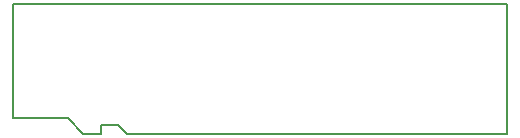
<source format=gm1>
G04 #@! TF.FileFunction,Profile,NP*
%FSLAX46Y46*%
G04 Gerber Fmt 4.6, Leading zero omitted, Abs format (unit mm)*
G04 Created by KiCad (PCBNEW 4.0.4+e1-6308~48~ubuntu16.04.1-stable) date Wed Nov 16 18:20:05 2016*
%MOMM*%
%LPD*%
G01*
G04 APERTURE LIST*
%ADD10C,0.100000*%
%ADD11C,0.150000*%
G04 APERTURE END LIST*
D10*
D11*
X168910000Y-99060000D02*
X168910000Y-110058200D01*
X141579600Y-110058200D02*
X168910000Y-110058200D01*
X147320000Y-99060000D02*
X168910000Y-99060000D01*
X133045200Y-110058200D02*
X134569200Y-110058200D01*
X131749800Y-108712000D02*
X133045200Y-110058200D01*
X127127000Y-108712000D02*
X131749800Y-108712000D01*
X127127000Y-99060000D02*
X127127000Y-108712000D01*
X136728200Y-110058200D02*
X141579600Y-110058200D01*
X136017000Y-109321600D02*
X136728200Y-110058200D01*
X134569200Y-109321600D02*
X136017000Y-109321600D01*
X134569200Y-110058200D02*
X134569200Y-109321600D01*
X127127000Y-99060000D02*
X147320000Y-99060000D01*
M02*

</source>
